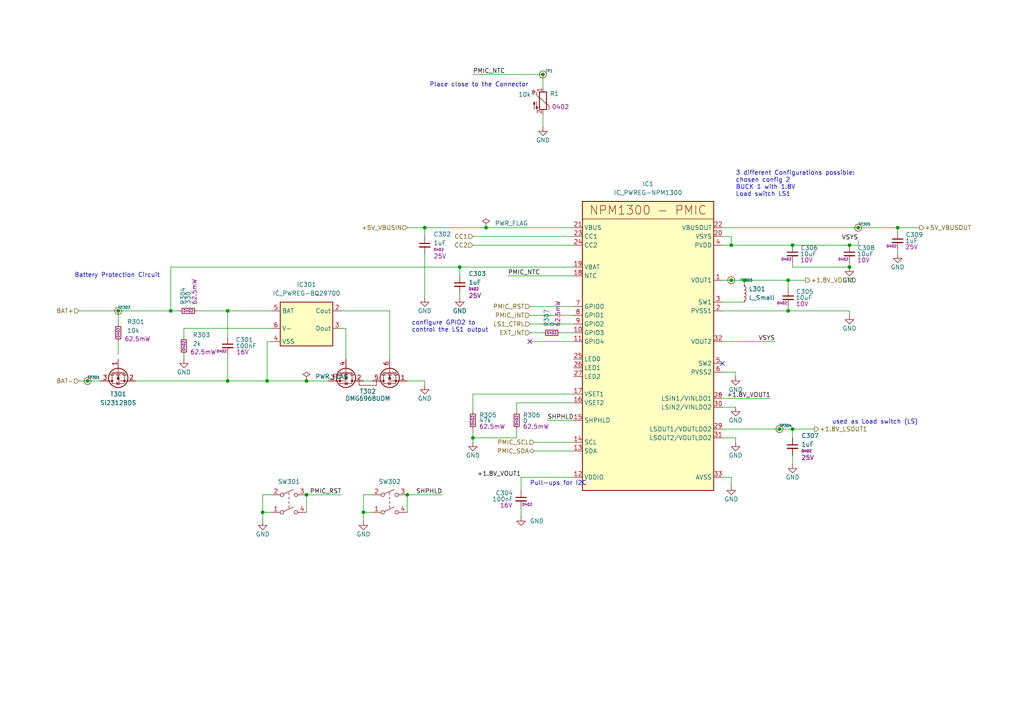
<source format=kicad_sch>
(kicad_sch (version 20231120) (generator "eeschema") (generator_version "8.0")
  (paper "A4")
  (lib_symbols
    (symbol "CAP:C-100nF-0402-16V-X7R-10%" (pin_numbers hide)
      (property "Reference" "C" (at 2.286 1.778 0))
      (property "Value" "100nF" (at 5.334 0 0))
      (property "Size" "0402" (at -1.778 -1.524 0))
      (property "Voltage" "16V" (at 4.318 -1.778 0))
      (symbol "C-100nF-0402-16V-X7R-10%_0_1"
        (polyline (pts (xy -1.524 -0.508) (xy 1.524 -0.508)) (stroke (width 0.3302)))
        (polyline (pts (xy -1.524 0.508) (xy 1.524 0.508)) (stroke (width 0.3048)))
      )
      (symbol "C-100nF-0402-16V-X7R-10%_1_1"
        (pin passive line (at 0 2.54 270) (length 2.032) (name "~") (number "1"))
        (pin passive line (at 0 -2.54 90) (length 2.032) (name "~") (number "2"))
      )
    )
    (symbol "CAP:C-10uF-0603-10V-X5R-20%" (pin_numbers hide)
      (property "Reference" "C" (at 2.286 1.778 0))
      (property "Value" "10uF" (at 4.572 0 0))
      (property "Size" "0402" (at -1.778 -1.524 0))
      (property "Voltage" "10V" (at 4.064 -1.778 0))
      (symbol "C-10uF-0603-10V-X5R-20%_0_1"
        (polyline (pts (xy -1.524 -0.508) (xy 1.524 -0.508)) (stroke (width 0.3302)))
        (polyline (pts (xy -1.524 0.508) (xy 1.524 0.508)) (stroke (width 0.3048)))
      )
      (symbol "C-10uF-0603-10V-X5R-20%_1_1"
        (pin passive line (at 0 2.54 270) (length 2.032) (name "~") (number "1"))
        (pin passive line (at 0 -2.54 90) (length 2.032) (name "~") (number "2"))
      )
    )
    (symbol "CAP:C-1uF-0402-25V-X5R-10%" (pin_numbers hide)
      (property "Reference" "C" (at 2.286 1.778 0))
      (property "Value" "1uF" (at 4.064 0 0))
      (property "Size" "0402" (at -1.778 -1.524 0))
      (property "Voltage" "25V" (at 4.064 -1.778 0))
      (symbol "C-1uF-0402-25V-X5R-10%_0_1"
        (polyline (pts (xy -1.524 -0.508) (xy 1.524 -0.508)) (stroke (width 0.3302)))
        (polyline (pts (xy -1.524 0.508) (xy 1.524 0.508)) (stroke (width 0.3048)))
      )
      (symbol "C-1uF-0402-25V-X5R-10%_1_1"
        (pin passive line (at 0 2.54 270) (length 2.032) (name "~") (number "1"))
        (pin passive line (at 0 -2.54 90) (length 2.032) (name "~") (number "2"))
      )
    )
    (symbol "Device:L_Small" (pin_numbers hide) (pin_names (offset 0.254) hide)
      (property "Reference" "L" (at 0.762 1.016 0))
      (property "Value" "L_Small" (at 0.762 -1.016 0))
      (symbol "L_Small_0_1"
        (arc (start 0 -2.032) (mid 0.5058 -1.524) (end 0 -1.016))
        (arc (start 0 -1.016) (mid 0.5058 -0.508) (end 0 0))
        (arc (start 0 0) (mid 0.5058 0.508) (end 0 1.016))
        (arc (start 0 1.016) (mid 0.5058 1.524) (end 0 2.032))
      )
      (symbol "L_Small_1_1"
        (pin passive line (at 0 2.54 270) (length 0.508) (name "~") (number "1"))
        (pin passive line (at 0 -2.54 90) (length 0.508) (name "~") (number "2"))
      )
    )
    (symbol "IC-PWREG:IC_PWREG-BQ29700"
      (property "Reference" "IC" (at -6.35 1.27 0))
      (property "Value" "IC_PWREG-BQ29700" (at 0 -13.97 0))
      (symbol "IC_PWREG-BQ29700_0_1"
        (rectangle (start -7.62 0) (end 7.62 -12.7) (stroke (width 0.254)) (fill (type background)))
      )
      (symbol "IC_PWREG-BQ29700_1_1"
        (pin no_connect line (at 7.62 -11.43 180) (length 2.54) hide (name "NC") (number "1"))
        (pin output line (at 10.16 -2.54 180) (length 2.54) (name "Cout") (number "2"))
        (pin output line (at 10.16 -7.62 180) (length 2.54) (name "Dout") (number "3"))
        (pin power_in line (at -10.16 -11.43 0) (length 2.54) (name "VSS") (number "4"))
        (pin input line (at -10.16 -2.54 0) (length 2.54) (name "BAT") (number "5"))
        (pin input line (at -10.16 -7.62 0) (length 2.54) (name "V-") (number "6"))
      )
    )
    (symbol "IC-PWREG:IC_PWREG-NPM1300"
      (property "Reference" "IC" (at 18.034 45.974 0))
      (property "Value" "IC_PWREG-NPM1300" (at -9.144 45.974 0))
      (symbol "IC_PWREG-NPM1300_0_0"
        (pin power_out line (at 21.59 21.59 180) (length 2.54) (name "VOUT1") (number "1"))
        (pin bidirectional line (at -21.59 6.35 0) (length 2.54) (name "GPIO3") (number "10"))
        (pin bidirectional line (at -21.59 3.81 0) (length 2.54) (name "GPIO4") (number "11"))
        (pin bidirectional line (at -21.59 -27.94 0) (length 2.54) (name "SDA") (number "13"))
        (pin input line (at -21.59 -25.4 0) (length 2.54) (name "SCL") (number "14"))
        (pin input line (at -21.59 -19.05 0) (length 2.54) (name "SHPHLD") (number "15"))
        (pin input line (at -21.59 22.86 0) (length 2.54) (name "NTC") (number "18"))
        (pin power_in line (at -21.59 25.4 0) (length 2.54) (name "VBAT") (number "19"))
        (pin power_in line (at 21.59 12.7 180) (length 2.54) (name "PVSS1") (number "2"))
        (pin power_in line (at 21.59 34.29 180) (length 2.54) (name "VSYS") (number "20"))
        (pin power_in line (at -21.59 36.83 0) (length 2.54) (name "VBUS") (number "21"))
        (pin power_out line (at 21.59 36.83 180) (length 2.54) (name "VBUSOUT") (number "22"))
        (pin input line (at -21.59 34.29 0) (length 2.54) (name "CC1") (number "23"))
        (pin input line (at -21.59 31.75 0) (length 2.54) (name "CC2") (number "24"))
        (pin output line (at -21.59 -1.27 0) (length 2.54) (name "LED0") (number "25"))
        (pin output line (at -21.59 -3.81 0) (length 2.54) (name "LED1") (number "26"))
        (pin output line (at -21.59 -6.35 0) (length 2.54) (name "LED2") (number "27"))
        (pin power_in line (at 21.59 -12.7 180) (length 2.54) (name "LSIN1/VINLDO1") (number "28"))
        (pin power_out line (at 21.59 -21.59 180) (length 2.54) (name "LSOUT1/VOUTLDO2") (number "29"))
        (pin power_out line (at 21.59 15.24 180) (length 2.54) (name "SW1") (number "3"))
        (pin power_in line (at 21.59 -15.24 180) (length 2.54) (name "LSIN2/VINLDO2") (number "30"))
        (pin power_out line (at 21.59 -24.13 180) (length 2.54) (name "LSOUT2/VOUTLDO2") (number "31"))
        (pin power_out line (at 21.59 3.81 180) (length 2.54) (name "VOUT2") (number "32"))
        (pin power_in line (at 21.59 31.75 180) (length 2.54) (name "PVDD") (number "4"))
        (pin power_out line (at 21.59 -2.54 180) (length 2.54) (name "SW2") (number "5"))
        (pin power_in line (at 21.59 -5.08 180) (length 2.54) (name "PVSS2") (number "6"))
        (pin bidirectional line (at -21.59 13.97 0) (length 2.54) (name "GPIO0") (number "7"))
        (pin bidirectional line (at -21.59 11.43 0) (length 2.54) (name "GPIO1") (number "8"))
        (pin bidirectional line (at -21.59 8.89 0) (length 2.54) (name "GPIO2") (number "9"))
      )
      (symbol "IC_PWREG-NPM1300_1_0"
        (pin power_in line (at -21.59 -35.56 0) (length 2.54) (name "VDDIO") (number "12"))
        (pin input line (at -21.59 -13.97 0) (length 2.54) (name "VSET2") (number "16"))
        (pin input line (at -21.59 -11.43 0) (length 2.54) (name "VSET1") (number "17"))
        (pin power_in line (at 21.59 -35.56 180) (length 2.54) (name "AVSS") (number "33"))
      )
      (symbol "IC_PWREG-NPM1300_1_1"
        (rectangle (start -19.05 44.45) (end 19.05 -39.37) (stroke (width 0.254)) (fill (type background)))
        (polyline (pts (xy -19.05 39.37) (xy 19.05 39.37)))
        (text "NPM1300 - PMIC" (at 0 41.91 0) (effects (font (size 2.54 2.54))))
      )
    )
    (symbol "PCB:TP-PAD-0.9mm" (pin_numbers hide) (pin_names hide)
      (property "Reference" "TP" (at 1.778 1.016 0))
      (symbol "TP-PAD-0.9mm_0_1"
        (circle (center 0 0) (radius 1.016))
      )
      (symbol "TP-PAD-0.9mm_1_1"
        (pin passive line (at 0 0 90) (length 0) (name "1") (number "1"))
      )
    )
    (symbol "RES:R-0-0402-62.5mW-1%" (pin_numbers hide)
      (property "Reference" "R" (at 1.778 1.524 0))
      (property "Value" "0" (at 1.778 -0.127 0))
      (property "Size" "0402" (at 0 -1.524 90))
      (property "Power Rating" "62.5mW" (at 1.778 -1.778 0))
      (symbol "R-0-0402-62.5mW-1%_0_1"
        (rectangle (start -0.762 1.778) (end 0.762 -1.778) (stroke (width 0.2032)))
      )
      (symbol "R-0-0402-62.5mW-1%_1_1"
        (pin passive line (at 0 2.54 270) (length 0.762) (name "~") (number "1"))
        (pin passive line (at 0 -2.54 90) (length 0.762) (name "~") (number "2"))
      )
    )
    (symbol "RES:R-10k-0402-62.5mW-1%" (pin_numbers hide)
      (property "Reference" "R" (at 1.778 1.524 0))
      (property "Value" "10k" (at 3.556 0 0))
      (property "Size" "0402" (at 0 0 90))
      (property "Power Rating" "62.5mW" (at 5.588 -1.778 0))
      (symbol "R-10k-0402-62.5mW-1%_0_1"
        (rectangle (start -0.762 1.778) (end 0.762 -1.778) (stroke (width 0.2032)))
      )
      (symbol "R-10k-0402-62.5mW-1%_1_1"
        (pin passive line (at 0 2.54 270) (length 0.762) (name "~") (number "1"))
        (pin passive line (at 0 -2.54 90) (length 0.762) (name "~") (number "2"))
      )
    )
    (symbol "RES:R-2k-0402-62.5mW-1%" (pin_numbers hide)
      (property "Reference" "R" (at 1.778 1.524 0))
      (property "Value" "2k" (at 3.048 0 0))
      (property "Size" "0402" (at 0 0 90))
      (property "Power Rating" "62.5mW" (at 5.588 -1.778 0))
      (symbol "R-2k-0402-62.5mW-1%_0_1"
        (rectangle (start -0.762 1.778) (end 0.762 -1.778) (stroke (width 0.2032)))
      )
      (symbol "R-2k-0402-62.5mW-1%_1_1"
        (pin passive line (at 0 2.54 270) (length 0.762) (name "~") (number "1"))
        (pin passive line (at 0 -2.54 90) (length 0.762) (name "~") (number "2"))
      )
    )
    (symbol "RES:R-330-0402-62.5mW-1%" (pin_numbers hide)
      (property "Reference" "R" (at 1.778 1.524 0))
      (property "Value" "330" (at 3.81 0 0))
      (property "Size" "0402" (at 0 0 90))
      (property "Power Rating" "62.5mW" (at 5.588 -1.778 0))
      (symbol "R-330-0402-62.5mW-1%_0_1"
        (rectangle (start -0.762 1.778) (end 0.762 -1.778) (stroke (width 0.2032)))
      )
      (symbol "R-330-0402-62.5mW-1%_1_1"
        (pin passive line (at 0 2.54 270) (length 0.762) (name "~") (number "1"))
        (pin passive line (at 0 -2.54 90) (length 0.762) (name "~") (number "2"))
      )
    )
    (symbol "RES:R-47k-0402-62.5mW-1%" (pin_numbers hide)
      (property "Reference" "R" (at 1.778 1.524 0))
      (property "Value" "47k" (at 3.556 0 0))
      (property "Size" "0402" (at 0 0 90))
      (property "Power Rating" "62.5mW" (at 5.588 -1.778 0))
      (symbol "R-47k-0402-62.5mW-1%_0_1"
        (rectangle (start -0.762 1.778) (end 0.762 -1.778) (stroke (width 0.2032)))
      )
      (symbol "R-47k-0402-62.5mW-1%_1_1"
        (pin passive line (at 0 2.54 270) (length 0.762) (name "~") (number "1"))
        (pin passive line (at 0 -2.54 90) (length 0.762) (name "~") (number "2"))
      )
    )
    (symbol "R_NTC:R-NTC-10k-0402-1%-NCU15XH103F6SRC"
      (property "Reference" "R" (at 3.302 2.032 0))
      (property "Value" "10k" (at -5.334 1.778 0))
      (property "Size" "0402" (at 5.08 -1.778 0))
      (symbol "R-NTC-10k-0402-1%-NCU15XH103F6SRC_0_1"
        (arc (start -3.048 2.159) (mid -3.0495 2.3143) (end -3.175 2.413))
        (arc (start -3.048 2.159) (mid -2.9736 1.9794) (end -2.794 1.905))
        (arc (start -3.048 2.794) (mid -2.9736 2.6144) (end -2.794 2.54))
        (arc (start -2.794 1.905) (mid -2.6144 1.9794) (end -2.54 2.159))
        (arc (start -2.794 2.54) (mid -2.4393 2.5587) (end -2.159 2.794))
        (arc (start -2.794 3.048) (mid -2.9736 2.9736) (end -3.048 2.794))
        (arc (start -2.54 2.794) (mid -2.6144 2.9736) (end -2.794 3.048))
        (rectangle (start -1.016 2.54) (end 1.016 -2.54) (stroke (width 0.254)))
        (polyline (pts (xy -2.54 2.159) (xy -2.54 2.794)))
        (polyline (pts (xy -1.778 2.54) (xy -1.778 1.524) (xy 1.778 -1.524) (xy 1.778 -2.54)))
        (polyline (pts (xy -2.54 -2.54) (xy -2.54 -0.254) (xy -2.794 -1.016) (xy -2.286 -1.016) (xy -2.54 -0.254) (xy -2.54 -0.508)) (fill (type outline)))
        (polyline (pts (xy -1.778 -0.254) (xy -1.778 -2.54) (xy -2.032 -1.778) (xy -1.524 -1.778) (xy -1.778 -2.54) (xy -1.778 -2.286)) (fill (type outline)))
      )
      (symbol "R-NTC-10k-0402-1%-NCU15XH103F6SRC_1_1"
        (pin passive line (at 0 3.81 270) (length 1.27) (name "~") (number "1"))
        (pin passive line (at 0 -3.81 90) (length 1.27) (name "~") (number "2"))
      )
    )
    (symbol "SW:SW-GEN-TS-1187A" (pin_names hide)
      (property "Reference" "SW" (at 0 2.54 0))
      (symbol "SW-GEN-TS-1187A_0_0"
        (circle (center -2.032 -5.08) (radius 0.508))
        (circle (center -2.032 0) (radius 0.508))
        (polyline (pts (xy -1.524 -4.826) (xy 1.27 -3.556)))
        (polyline (pts (xy -1.524 0.254) (xy 1.27 1.524)))
        (polyline (pts (xy 0 -3.81) (xy 0 -3.175)))
        (polyline (pts (xy 0 -2.54) (xy 0 -1.905)))
        (polyline (pts (xy 0 -1.27) (xy 0 -0.635)))
        (polyline (pts (xy 0 0) (xy 0 0.635)))
        (circle (center 2.032 -5.08) (radius 0.508))
        (circle (center 2.032 0) (radius 0.508))
      )
      (symbol "SW-GEN-TS-1187A_1_1"
        (pin passive line (at -5.08 -5.08 0) (length 2.54) (name "1") (number "1"))
        (pin passive line (at -5.08 0 0) (length 2.54) (name "3") (number "2"))
        (pin passive line (at 5.08 0 180) (length 2.54) (name "4") (number "3"))
        (pin passive line (at 5.08 -5.08 180) (length 2.54) (name "4") (number "4"))
      )
    )
    (symbol "T-MOS:T-MOSN-SI2312BDS" (pin_names hide)
      (property "Reference" "T" (at 3.81 1.016 0))
      (property "Value" "SI2312BDS" (at 8.382 -1.27 0))
      (symbol "T-MOSN-SI2312BDS_0_1"
        (circle (center -0.889 0) (radius 2.794) (stroke (width 0.254)))
        (circle (center 0 -1.778) (radius 0.254) (fill (type outline)))
        (polyline (pts (xy -2.286 0) (xy -3.81 0)))
        (polyline (pts (xy -2.286 1.905) (xy -2.286 -1.905)) (stroke (width 0.254)))
        (polyline (pts (xy -1.778 -1.27) (xy -1.778 -2.286)) (stroke (width 0.254)))
        (polyline (pts (xy -1.778 0.508) (xy -1.778 -0.508)) (stroke (width 0.254)))
        (polyline (pts (xy -1.778 2.286) (xy -1.778 1.27)) (stroke (width 0.254)))
        (polyline (pts (xy 0 2.54) (xy 0 1.778)))
        (polyline (pts (xy 0 -2.54) (xy 0 0) (xy -1.778 0)))
        (polyline (pts (xy -1.778 -1.778) (xy 0.762 -1.778) (xy 0.762 1.778) (xy -1.778 1.778)))
        (polyline (pts (xy -1.524 0) (xy -0.508 0.381) (xy -0.508 -0.381) (xy -1.524 0)) (fill (type outline)))
        (polyline (pts (xy 0.254 0.508) (xy 0.381 0.381) (xy 1.143 0.381) (xy 1.27 0.254)))
        (polyline (pts (xy 0.762 0.381) (xy 0.381 -0.254) (xy 1.143 -0.254) (xy 0.762 0.381)))
        (circle (center 0 1.778) (radius 0.254) (fill (type outline)))
      )
      (symbol "T-MOSN-SI2312BDS_1_1"
        (pin input line (at -6.35 0 0) (length 2.54) (name "G") (number "1"))
        (pin passive line (at 0 -5.08 90) (length 2.54) (name "S") (number "2"))
        (pin passive line (at 0 5.08 270) (length 2.54) (name "D") (number "3"))
      )
    )
    (symbol "T-MOS:T-MOSNN-DMG6968UDM" (pin_names hide)
      (property "Reference" "T" (at 0 -3.048 0))
      (property "Value" "DMG6968UDM" (at 0 -5.08 0))
      (symbol "T-MOSNN-DMG6968UDM_0_1"
        (circle (center -8.128 0) (radius 0.254) (fill (type outline)))
        (circle (center -6.35 0.889) (radius 2.794) (stroke (width 0.254)))
        (circle (center -4.572 0) (radius 0.254) (fill (type outline)))
        (polyline (pts (xy -7.62 1.778) (xy -8.636 1.778)) (stroke (width 0.254)))
        (polyline (pts (xy -6.35 2.286) (xy -6.35 3.81)))
        (polyline (pts (xy -5.842 1.778) (xy -6.858 1.778)) (stroke (width 0.254)))
        (polyline (pts (xy -4.445 2.286) (xy -8.255 2.286)) (stroke (width 0.254)))
        (polyline (pts (xy -4.064 1.778) (xy -5.08 1.778)) (stroke (width 0.254)))
        (polyline (pts (xy -3.81 0) (xy -4.572 0)))
        (polyline (pts (xy 3.81 0) (xy 4.572 0)))
        (polyline (pts (xy 4.064 1.778) (xy 5.08 1.778)) (stroke (width 0.254)))
        (polyline (pts (xy 4.445 2.286) (xy 8.255 2.286)) (stroke (width 0.254)))
        (polyline (pts (xy 5.842 1.778) (xy 6.858 1.778)) (stroke (width 0.254)))
        (polyline (pts (xy 6.35 2.286) (xy 6.35 3.81)))
        (polyline (pts (xy 7.62 1.778) (xy 8.636 1.778)) (stroke (width 0.254)))
        (polyline (pts (xy -8.89 0) (xy -6.35 0) (xy -6.35 1.778)))
        (polyline (pts (xy 8.89 0) (xy 6.35 0) (xy 6.35 1.778)))
        (polyline (pts (xy -8.128 1.778) (xy -8.128 -0.762) (xy -4.572 -0.762) (xy -4.572 1.778)))
        (polyline (pts (xy -6.35 1.524) (xy -5.969 0.508) (xy -6.731 0.508) (xy -6.35 1.524)) (fill (type outline)))
        (polyline (pts (xy -5.969 -0.762) (xy -6.604 -0.381) (xy -6.604 -1.143) (xy -5.969 -0.762)))
        (polyline (pts (xy -5.842 -0.254) (xy -5.969 -0.381) (xy -5.969 -1.143) (xy -6.096 -1.27)))
        (polyline (pts (xy 2.54 0) (xy 2.54 -1.27) (xy -2.54 -1.27) (xy -2.54 0)))
        (polyline (pts (xy 5.842 -0.254) (xy 5.969 -0.381) (xy 5.969 -1.143) (xy 6.096 -1.27)))
        (polyline (pts (xy 5.969 -0.762) (xy 6.604 -0.381) (xy 6.604 -1.143) (xy 5.969 -0.762)))
        (polyline (pts (xy 6.35 1.524) (xy 5.969 0.508) (xy 6.731 0.508) (xy 6.35 1.524)) (fill (type outline)))
        (polyline (pts (xy 8.128 1.778) (xy 8.128 -0.762) (xy 4.572 -0.762) (xy 4.572 1.778)))
        (circle (center 4.572 0) (radius 0.254) (fill (type outline)))
        (circle (center 6.35 0.889) (radius 2.794) (stroke (width 0.254)))
        (circle (center 8.128 0) (radius 0.254) (fill (type outline)))
      )
      (symbol "T-MOSNN-DMG6968UDM_1_0"
        (pin passive line (at 1.27 0 0) (length 2.54) (name "D1/D2") (number "2"))
        (pin input line (at 6.35 6.35 270) (length 2.54) (name "G2") (number "4"))
      )
      (symbol "T-MOSNN-DMG6968UDM_1_1"
        (pin passive line (at -11.43 0 0) (length 2.54) (name "S1") (number "1"))
        (pin passive line (at 11.43 0 180) (length 2.54) (name "S2") (number "3"))
        (pin passive line (at -1.27 0 180) (length 2.54) (name "D1/D2") (number "5"))
        (pin input line (at -6.35 6.35 270) (length 2.54) (name "G1") (number "6"))
      )
    )
    (symbol "power:GND" (power) (pin_numbers hide) (pin_names (offset 0) hide)
      (property "Value" "GND" (at 0 -3.81 0))
      (symbol "GND_0_1"
        (polyline (pts (xy 0 0) (xy 0 -1.27) (xy 1.27 -1.27) (xy 0 -2.54) (xy -1.27 -1.27) (xy 0 -1.27)))
      )
      (symbol "GND_1_1"
        (pin power_in line (at 0 0 270) (length 0) (name "~") (number "1"))
      )
    )
    (symbol "power:PWR_FLAG" (power) (pin_numbers hide) (pin_names (offset 0) hide)
      (property "Value" "PWR_FLAG" (at 0 3.81 0))
      (symbol "PWR_FLAG_0_0"
        (pin power_out line (at 0 0 90) (length 0) (name "~") (number "1"))
      )
      (symbol "PWR_FLAG_0_1"
        (polyline (pts (xy 0 0) (xy 0 1.27) (xy -1.016 1.905) (xy 0 2.54) (xy 1.016 1.905) (xy 0 1.27)))
      )
    )
  )
  (junction (at 137.16 127))
  (junction (at 118.11 143.51))
  (junction (at 260.35 66.04))
  (junction (at 66.04 110.49))
  (junction (at 76.2 148.59))
  (junction (at 229.87 71.12))
  (junction (at 248.92 66.04))
  (junction (at 246.38 71.12))
  (junction (at 246.38 77.47))
  (junction (at 123.19 66.04))
  (junction (at 105.41 148.59))
  (junction (at 215.9 81.28))
  (junction (at 226.06 124.46))
  (junction (at 212.09 71.12))
  (junction (at 88.9 110.49))
  (junction (at 228.6 81.28))
  (junction (at 133.35 77.47))
  (junction (at 229.87 124.46))
  (junction (at 49.53 90.17))
  (junction (at 157.48 21.59))
  (junction (at 77.47 110.49))
  (junction (at 66.04 90.17))
  (junction (at 88.9 143.51))
  (junction (at 25.4 110.49))
  (junction (at 34.29 90.17))
  (junction (at 228.6 90.17))
  (junction (at 212.09 81.28))
  (junction (at 140.97 66.04))
  (no_connect (at 153.67 99.06))
  (no_connect (at 209.55 105.41))
  (wire (pts (xy 137.16 68.58) (xy 166.37 68.58)))
  (wire (pts (xy 53.34 102.87) (xy 53.34 104.14)))
  (wire (pts (xy 209.55 115.57) (xy 223.52 115.57)))
  (wire (pts (xy 118.11 143.51) (xy 118.11 148.59)))
  (wire (pts (xy 209.55 68.58) (xy 212.09 68.58)))
  (wire (pts (xy 49.53 77.47) (xy 133.35 77.47)))
  (wire (pts (xy 229.87 132.08) (xy 229.87 134.62)))
  (wire (pts (xy 157.48 33.02) (xy 157.48 36.83)))
  (wire (pts (xy 228.6 83.82) (xy 228.6 81.28)))
  (wire (pts (xy 123.19 66.04) (xy 140.97 66.04)))
  (wire (pts (xy 34.29 90.17) (xy 34.29 93.98)))
  (wire (pts (xy 260.35 72.39) (xy 260.35 73.66)))
  (wire (pts (xy 209.55 71.12) (xy 212.09 71.12)))
  (wire (pts (xy 229.87 71.12) (xy 246.38 71.12)))
  (wire (pts (xy 107.95 143.51) (xy 105.41 143.51)))
  (wire (pts (xy 66.04 90.17) (xy 66.04 97.79)))
  (wire (pts (xy 151.13 147.32) (xy 151.13 149.86)))
  (wire (pts (xy 153.67 91.44) (xy 166.37 91.44)))
  (wire (pts (xy 147.32 80.01) (xy 166.37 80.01)))
  (wire (pts (xy 212.09 138.43) (xy 212.09 140.97)))
  (wire (pts (xy 53.34 95.25) (xy 78.74 95.25)))
  (wire (pts (xy 66.04 102.87) (xy 66.04 110.49)))
  (wire (pts (xy 153.67 93.98) (xy 166.37 93.98)))
  (wire (pts (xy 229.87 77.47) (xy 246.38 77.47)))
  (wire (pts (xy 49.53 77.47) (xy 49.53 90.17)))
  (wire (pts (xy 118.11 66.04) (xy 123.19 66.04)))
  (wire (pts (xy 105.41 110.49) (xy 107.95 110.49)))
  (wire (pts (xy 137.16 124.46) (xy 137.16 127)))
  (wire (pts (xy 149.86 116.84) (xy 166.37 116.84)))
  (wire (pts (xy 100.33 95.25) (xy 100.33 104.14)))
  (wire (pts (xy 76.2 148.59) (xy 76.2 151.13)))
  (wire (pts (xy 149.86 119.38) (xy 149.86 116.84)))
  (wire (pts (xy 149.86 127) (xy 137.16 127)))
  (wire (pts (xy 77.47 110.49) (xy 88.9 110.49)))
  (wire (pts (xy 22.86 110.49) (xy 25.4 110.49)))
  (wire (pts (xy 260.35 66.04) (xy 260.35 67.31)))
  (wire (pts (xy 228.6 90.17) (xy 228.6 88.9)))
  (wire (pts (xy 209.55 107.95) (xy 213.36 107.95)))
  (wire (pts (xy 209.55 81.28) (xy 212.09 81.28)))
  (wire (pts (xy 248.92 69.85) (xy 248.92 71.12)))
  (wire (pts (xy 78.74 143.51) (xy 76.2 143.51)))
  (wire (pts (xy 118.11 110.49) (xy 123.19 110.49)))
  (wire (pts (xy 229.87 124.46) (xy 236.22 124.46)))
  (wire (pts (xy 209.55 90.17) (xy 228.6 90.17)))
  (wire (pts (xy 209.55 99.06) (xy 224.79 99.06)))
  (wire (pts (xy 99.06 90.17) (xy 113.03 90.17)))
  (wire (pts (xy 151.13 142.24) (xy 151.13 138.43)))
  (wire (pts (xy 153.67 96.52) (xy 157.48 96.52)))
  (wire (pts (xy 246.38 71.12) (xy 248.92 71.12)))
  (wire (pts (xy 49.53 90.17) (xy 52.07 90.17)))
  (wire (pts (xy 209.55 66.04) (xy 248.92 66.04)))
  (wire (pts (xy 88.9 143.51) (xy 88.9 148.59)))
  (wire (pts (xy 123.19 110.49) (xy 123.19 111.76)))
  (wire (pts (xy 118.11 143.51) (xy 128.27 143.51)))
  (wire (pts (xy 154.94 128.27) (xy 166.37 128.27)))
  (wire (pts (xy 137.16 71.12) (xy 166.37 71.12)))
  (wire (pts (xy 137.16 127) (xy 137.16 128.27)))
  (wire (pts (xy 149.86 124.46) (xy 149.86 127)))
  (wire (pts (xy 88.9 143.51) (xy 99.06 143.51)))
  (wire (pts (xy 137.16 114.3) (xy 137.16 119.38)))
  (wire (pts (xy 246.38 90.17) (xy 246.38 91.44)))
  (wire (pts (xy 229.87 124.46) (xy 229.87 127)))
  (wire (pts (xy 162.56 96.52) (xy 166.37 96.52)))
  (wire (pts (xy 100.33 95.25) (xy 99.06 95.25)))
  (wire (pts (xy 22.86 90.17) (xy 34.29 90.17)))
  (wire (pts (xy 151.13 138.43) (xy 166.37 138.43)))
  (wire (pts (xy 133.35 77.47) (xy 166.37 77.47)))
  (wire (pts (xy 66.04 110.49) (xy 77.47 110.49)))
  (wire (pts (xy 228.6 81.28) (xy 215.9 81.28)))
  (wire (pts (xy 229.87 76.2) (xy 229.87 77.47)))
  (wire (pts (xy 105.41 148.59) (xy 107.95 148.59)))
  (wire (pts (xy 153.67 88.9) (xy 166.37 88.9)))
  (wire (pts (xy 105.41 143.51) (xy 105.41 148.59)))
  (wire (pts (xy 209.55 87.63) (xy 215.9 87.63)))
  (wire (pts (xy 88.9 110.49) (xy 95.25 110.49)))
  (wire (pts (xy 158.75 121.92) (xy 166.37 121.92)))
  (wire (pts (xy 76.2 148.59) (xy 78.74 148.59)))
  (wire (pts (xy 105.41 148.59) (xy 105.41 151.13)))
  (wire (pts (xy 140.97 66.04) (xy 166.37 66.04)))
  (wire (pts (xy 215.9 81.28) (xy 215.9 82.55)))
  (wire (pts (xy 228.6 90.17) (xy 246.38 90.17)))
  (wire (pts (xy 154.94 130.81) (xy 166.37 130.81)))
  (wire (pts (xy 137.16 21.59) (xy 157.48 21.59)))
  (wire (pts (xy 153.67 99.06) (xy 166.37 99.06)))
  (wire (pts (xy 212.09 71.12) (xy 229.87 71.12)))
  (wire (pts (xy 226.06 124.46) (xy 229.87 124.46)))
  (wire (pts (xy 133.35 85.09) (xy 133.35 86.36)))
  (wire (pts (xy 209.55 118.11) (xy 213.36 118.11)))
  (wire (pts (xy 212.09 81.28) (xy 215.9 81.28)))
  (wire (pts (xy 246.38 76.2) (xy 246.38 77.47)))
  (wire (pts (xy 76.2 143.51) (xy 76.2 148.59)))
  (wire (pts (xy 39.37 110.49) (xy 66.04 110.49)))
  (wire (pts (xy 157.48 21.59) (xy 157.48 25.4)))
  (wire (pts (xy 133.35 77.47) (xy 133.35 80.01)))
  (wire (pts (xy 123.19 86.36) (xy 123.19 73.66)))
  (wire (pts (xy 213.36 107.95) (xy 213.36 109.22)))
  (wire (pts (xy 248.92 66.04) (xy 260.35 66.04)))
  (wire (pts (xy 228.6 81.28) (xy 233.68 81.28)))
  (wire (pts (xy 34.29 99.06) (xy 34.29 102.87)))
  (wire (pts (xy 213.36 127) (xy 209.55 127)))
  (wire (pts (xy 77.47 99.06) (xy 78.74 99.06)))
  (wire (pts (xy 260.35 66.04) (xy 266.7 66.04)))
  (wire (pts (xy 213.36 127) (xy 213.36 128.27)))
  (wire (pts (xy 113.03 90.17) (xy 113.03 104.14)))
  (wire (pts (xy 209.55 138.43) (xy 212.09 138.43)))
  (wire (pts (xy 57.15 90.17) (xy 66.04 90.17)))
  (wire (pts (xy 53.34 97.79) (xy 53.34 95.25)))
  (wire (pts (xy 212.09 71.12) (xy 212.09 68.58)))
  (wire (pts (xy 25.4 110.49) (xy 29.21 110.49)))
  (wire (pts (xy 209.55 124.46) (xy 226.06 124.46)))
  (wire (pts (xy 166.37 114.3) (xy 137.16 114.3)))
  (wire (pts (xy 34.29 90.17) (xy 49.53 90.17)))
  (wire (pts (xy 77.47 99.06) (xy 77.47 110.49)))
  (wire (pts (xy 66.04 90.17) (xy 78.74 90.17)))
  (wire (pts (xy 123.19 66.04) (xy 123.19 68.58)))
  (text "Pull-ups for I2C\n" (at 153.67 140.97 0) (effects (font (size 1.27 1.27)) (justify left bottom)))
  (text "Battery Protection Circuit" (at 21.59 80.645 0) (effects (font (size 1.27 1.27)) (justify left bottom)))
  (text "Place close to the Connector\n" (at 138.938 24.638 0) (effects (font (size 1.27 1.27))))
  (text "3 different Configurations possible:\nchosen config 2\nBUCK 1 with 1.8V\nLoad switch LS1" (at 213.36 57.15 0) (effects (font (size 1.27 1.27)) (justify left bottom)))
  (text "configure GPIO2 to \ncontrol the LS1 output" (at 119.38 96.52 0) (effects (font (size 1.27 1.27)) (justify left bottom)))
  (text "used as Load switch (LS)" (at 241.3 123.19 0) (effects (font (size 1.27 1.27)) (justify left bottom)))
  (label "+1.8V_VOUT1" (at 151.13 138.43 180))
  (label "PMIC_NTC" (at 137.16 21.59 0))
  (label "VSYS" (at 224.79 99.06 180))
  (label "PMIC_NTC" (at 147.32 80.01 0))
  (label "+1.8V_VOUT1" (at 223.52 115.57 180))
  (label "VSYS" (at 248.92 69.85 180))
  (label "SHPHLD" (at 128.27 143.51 180))
  (label "PMIC_RST" (at 99.06 143.51 180))
  (label "SHPHLD" (at 158.75 121.92 0))
  (hierarchical_label "PMIC_RST" (shape input) (at 153.67 88.9 180))
  (hierarchical_label "PMIC_SCL" (shape input) (at 154.94 128.27 180))
  (hierarchical_label "+1.8V_VOUT1" (shape output) (at 233.68 81.28 0))
  (hierarchical_label "PMIC_SDA" (shape bidirectional) (at 154.94 130.81 180))
  (hierarchical_label "BAT-" (shape input) (at 22.86 110.49 180))
  (hierarchical_label "PMIC_INT" (shape input) (at 153.67 91.44 180))
  (hierarchical_label "EXT_INT" (shape input) (at 153.67 96.52 180))
  (hierarchical_label "+1.8V_LSOUT1" (shape output) (at 236.22 124.46 0))
  (hierarchical_label "CC2" (shape input) (at 137.16 71.12 180))
  (hierarchical_label "LS1_CTRL" (shape input) (at 153.67 93.98 180))
  (hierarchical_label "CC1" (shape input) (at 137.16 68.58 180))
  (hierarchical_label "+5V_VBUSIN" (shape input) (at 118.11 66.04 180))
  (hierarchical_label "BAT+" (shape input) (at 22.86 90.17 180))
  (hierarchical_label "+5V_VBUSOUT" (shape output) (at 266.7 66.04 0))
  (symbol (lib_id "power:PWR_FLAG") (at 88.9 110.49 0) (unit 1)
    (property "Reference" "#FLG301" (effects (hide yes)))
    (property "Value" "PWR_FLAG" (at 91.44 109.2199 0) (effects (justify left)))
    (property "Description" "Special symbol for telling ERC where power comes from" (effects (hide yes)))
  )
  (symbol (lib_id "power:GND") (at 213.36 109.22 0) (unit 1)
    (property "Reference" "#PWR311" (effects (hide yes)))
    (property "Value" "GND" (at 213.36 113.03 0))
    (property "Description" "Power symbol creates a global label with name \"GND\" , ground" (effects (hide yes)))
  )
  (symbol (lib_id "SW:SW-GEN-TS-1187A") (at 113.03 143.51 0) (unit 1)
    (property "Reference" "SW302" (at 113.03 139.7 0))
    (property "Value" "SW-GEN-TS-1187A" (effects (hide yes)))
    (property "Footprint" "SW:SW-PUSH-DPST-XKS-TS-1187A" (effects (hide yes)))
    (property "Datasheet" "${KICAD_DATASHEET}/SW_XKB-Connectivity-TS-1187A-B-A-B.pdf" (effects (hide yes)))
    (property "LCSC Part #" "C318884" (effects (hide yes)))
  )
  (symbol (lib_id "power:GND") (at 260.35 73.66 0) (unit 1)
    (property "Reference" "#PWR317" (effects (hide yes)))
    (property "Value" "GND" (at 260.35 77.47 0))
    (property "Description" "Power symbol creates a global label with name \"GND\" , ground" (effects (hide yes)))
  )
  (symbol (lib_id "CAP:C-10uF-0603-10V-X5R-20%") (at 228.6 86.36 0) (unit 1)
    (property "Reference" "C305" (at 230.886 84.582 0) (effects (justify left)))
    (property "Value" "10uF" (at 233.172 86.36 0))
    (property "Footprint" "Capacitor_SMD:C_0603_1608Metric" (effects (hide yes)))
    (property "Datasheet" "${KICAD_DATASHEET}/MLCC_Samsung-Electro-Mechanics.pdf" (effects (hide yes)))
    (property "LCSC Part #" "C96446" (effects (hide yes)))
    (property "Size" "0402" (at 226.822 87.884 0) (effects (font (size 0.762 0.762))))
    (property "Voltage" "10V" (at 232.664 88.138 0))
  )
  (symbol (lib_id "power:GND") (at 53.34 104.14 0) (unit 1)
    (property "Reference" "#PWR301" (effects (hide yes)))
    (property "Value" "GND" (at 53.34 107.95 0))
    (property "Description" "Power symbol creates a global label with name \"GND\" , ground" (effects (hide yes)))
  )
  (symbol (lib_id "CAP:C-1uF-0402-25V-X5R-10%") (at 260.35 69.85 0) (unit 1)
    (property "Reference" "C309" (at 262.636 68.072 0) (effects (justify left)))
    (property "Value" "1uF" (at 264.414 69.85 0))
    (property "Footprint" "Capacitor_SMD:C_0402_1005Metric" (effects (hide yes)))
    (property "Datasheet" "${KICAD_DATASHEET}/MLCC_Samsung-Electro-Mechanics.pdf" (effects (hide yes)))
    (property "LCSC Part #" "C52923" (effects (hide yes)))
    (property "Size" "0402" (at 258.572 71.374 0) (effects (font (size 0.762 0.762))))
    (property "Voltage" "25V" (at 264.414 71.628 0))
  )
  (symbol (lib_id "power:GND") (at 157.48 36.83 0) (unit 1)
    (property "Reference" "#PWR1" (effects (hide yes)))
    (property "Value" "GND" (at 157.48 40.64 0))
    (property "Description" "Power symbol creates a global label with name \"GND\" , ground" (effects (hide yes)))
  )
  (symbol (lib_id "power:GND") (at 246.38 91.44 0) (unit 1)
    (property "Reference" "#PWR316" (effects (hide yes)))
    (property "Value" "GND" (at 246.38 95.25 0))
    (property "Description" "Power symbol creates a global label with name \"GND\" , ground" (effects (hide yes)))
  )
  (symbol (lib_id "power:GND") (at 212.09 140.97 0) (unit 1)
    (property "Reference" "#PWR310" (effects (hide yes)))
    (property "Value" "GND" (at 212.09 144.78 0))
    (property "Description" "Power symbol creates a global label with name \"GND\" , ground" (effects (hide yes)))
  )
  (symbol (lib_id "power:GND") (at 123.19 86.36 0) (unit 1)
    (property "Reference" "#PWR304" (effects (hide yes)))
    (property "Value" "GND" (at 123.19 90.17 0))
    (property "Description" "Power symbol creates a global label with name \"GND\" , ground" (effects (hide yes)))
  )
  (symbol (lib_id "Device:L_Small") (at 215.9 85.09 0) (unit 1)
    (property "Reference" "L301" (at 217.17 83.8199 0) (effects (justify left)))
    (property "Value" "L_Small" (at 217.17 86.3599 0) (effects (justify left)))
    (property "Description" "Inductor, small symbol" (effects (hide yes)))
  )
  (symbol (lib_id "PCB:TP-PAD-0.9mm") (at 226.06 124.46 0) (unit 1)
    (property "Reference" "TP304" (at 227.838 123.444 0) (effects (font (size 0.762 0.762))))
    (property "Value" "TP" (effects (hide yes)))
    (property "Footprint" "PCB:TP_Pad_D0.9mm" (effects (hide yes)))
  )
  (symbol (lib_id "PCB:TP-PAD-0.9mm") (at 212.09 81.28 0) (unit 1)
    (property "Reference" "TP303" (at 214.63 81.28 0) (effects (font (size 0.762 0.762)) (justify left)))
    (property "Value" "TP" (effects (hide yes)))
    (property "Footprint" "PCB:TP_Pad_D0.9mm" (effects (hide yes)))
  )
  (symbol (lib_id "PCB:TP-PAD-0.9mm") (at 25.4 110.49 0) (unit 1)
    (property "Reference" "TP301" (at 27.178 109.474 0) (effects (font (size 0.762 0.762))))
    (property "Value" "TP" (effects (hide yes)))
    (property "Footprint" "PCB:TP_Pad_D0.9mm" (effects (hide yes)))
  )
  (symbol (lib_id "power:GND") (at 213.36 128.27 0) (unit 1)
    (property "Reference" "#PWR313" (effects (hide yes)))
    (property "Value" "GND" (at 213.36 132.08 0))
    (property "Description" "Power symbol creates a global label with name \"GND\" , ground" (effects (hide yes)))
  )
  (symbol (lib_id "PCB:TP-PAD-0.9mm") (at 157.48 21.59 0) (unit 1)
    (property "Reference" "TP1" (at 159.258 20.574 0) (effects (font (size 0.762 0.762))))
    (property "Value" "TP" (effects (hide yes)))
    (property "Footprint" "PCB:TP_Pad_D0.9mm" (effects (hide yes)))
  )
  (symbol (lib_id "CAP:C-1uF-0402-25V-X5R-10%") (at 123.19 71.12 0) (unit 1)
    (property "Reference" "C302" (at 125.73 67.9512 0) (effects (justify left)))
    (property "Value" "1uF" (at 125.73 70.4912 0) (effects (justify left)))
    (property "Footprint" "Capacitor_SMD:C_0402_1005Metric" (effects (hide yes)))
    (property "Datasheet" "${KICAD_DATASHEET}/MLCC_Samsung-Electro-Mechanics.pdf" (effects (hide yes)))
    (property "Size" "0402" (at 125.73 72.3963 0) (effects (font (size 0.762 0.762)) (justify left)))
    (property "Voltage" "25V" (at 125.73 74.3012 0) (effects (justify left)))
    (property "LCSC Part #" "C52923" (effects (hide yes)))
  )
  (symbol (lib_id "RES:R-47k-0402-62.5mW-1%") (at 137.16 121.92 0) (unit 1)
    (property "Reference" "R305" (at 138.938 120.396 0) (effects (justify left)))
    (property "Value" "47k" (at 140.716 121.92 0))
    (property "Footprint" "Resistor_SMD:R_0402_1005Metric" (effects (hide yes)))
    (property "Datasheet" "${KICAD_DATASHEET}/Resistors_SMD_UNI-ROYAL-Uniroyal-Elec.pdf" (effects (hide yes)))
    (property "Size" "0402" (at 137.16 121.92 90) (effects (font (size 0.762 0.762))))
    (property "Power Rating" "62.5mW" (at 142.748 123.698 0))
    (property "LCSC Part #" "C25792" (effects (hide yes)))
  )
  (symbol (lib_id "RES:R-0-0402-62.5mW-1%") (at 160.02 96.52 90) (unit 1)
    (property "Reference" "R307" (at 158.496 94.742 0) (effects (justify left)))
    (property "Value" "0" (at 160.147 94.742 0) (effects (justify left)))
    (property "Footprint" "Resistor_SMD:R_0402_1005Metric" (effects (hide yes)))
    (property "Datasheet" "${KICAD_DATASHEET}/Resistors_SMD_UNI-ROYAL-Uniroyal-Elec.pdf" (effects (hide yes)))
    (property "Size" "0402" (at 161.544 96.52 90) (effects (font (size 0.762 0.762)) (justify left)))
    (property "Power Rating" "62.5mW" (at 161.798 94.742 0) (effects (justify left)))
    (property "LCSC Part #" "C17168" (effects (hide yes)))
  )
  (symbol (lib_id "SW:SW-GEN-TS-1187A") (at 83.82 143.51 0) (unit 1)
    (property "Reference" "SW301" (at 83.82 139.7 0))
    (property "Value" "SW-GEN-TS-1187A" (effects (hide yes)))
    (property "Footprint" "SW:SW-PUSH-DPST-XKS-TS-1187A" (effects (hide yes)))
    (property "Datasheet" "${KICAD_DATASHEET}/SW_XKB-Connectivity-TS-1187A-B-A-B.pdf" (effects (hide yes)))
    (property "LCSC Part #" "C318884" (effects (hide yes)))
  )
  (symbol (lib_id "power:GND") (at 213.36 118.11 0) (unit 1)
    (property "Reference" "#PWR312" (effects (hide yes)))
    (property "Value" "GND" (at 213.36 121.92 0))
    (property "Description" "Power symbol creates a global label with name \"GND\" , ground" (effects (hide yes)))
  )
  (symbol (lib_id "RES:R-2k-0402-62.5mW-1%") (at 53.34 100.33 0) (unit 1)
    (property "Reference" "R303" (at 55.88 97.1549 0) (effects (justify left)))
    (property "Value" "2k" (at 55.88 99.6949 0) (effects (justify left)))
    (property "Footprint" "Resistor_SMD:R_0402_1005Metric" (effects (hide yes)))
    (property "Datasheet" "${KICAD_DATASHEET}/Resistors_SMD_UNI-ROYAL-Uniroyal-Elec.pdf" (effects (hide yes)))
    (property "Size" "0402" (at 53.34 100.33 90) (effects (font (size 0.762 0.762))))
    (property "Power Rating" "62.5mW" (at 58.928 102.108 0))
    (property "LCSC Part #" "C4109" (effects (hide yes)))
  )
  (symbol (lib_id "power:PWR_FLAG") (at 140.97 66.04 0) (unit 1)
    (property "Reference" "#FLG302" (effects (hide yes)))
    (property "Value" "PWR_FLAG" (at 143.51 64.7699 0) (effects (justify left)))
    (property "Description" "Special symbol for telling ERC where power comes from" (effects (hide yes)))
  )
  (symbol (lib_id "PCB:TP-PAD-0.9mm") (at 34.29 90.17 0) (unit 1)
    (property "Reference" "TP302" (at 36.068 89.154 0) (effects (font (size 0.762 0.762))))
    (property "Value" "TP" (effects (hide yes)))
    (property "Footprint" "PCB:TP_Pad_D0.9mm" (effects (hide yes)))
  )
  (symbol (lib_id "R_NTC:R-NTC-10k-0402-1%-NCU15XH103F6SRC") (at 157.48 29.21 0) (unit 1)
    (property "Reference" "R1" (at 160.782 27.178 0))
    (property "Value" "10k" (at 152.146 27.432 0))
    (property "Footprint" "Resistor_SMD:R_0402_1005Metric" (effects (hide yes)))
    (property "Datasheet" "${KICAD_DATASHEET}/NCU15XH103F6SRC-1519551.pdf" (effects (hide yes)))
    (property "Description" "NCU15XH103F6SRC" (effects (hide yes)))
    (property "Size" "0402" (at 162.56 30.988 0))
    (property "LCSC Part #" "C333993" (effects (hide yes)))
  )
  (symbol (lib_id "CAP:C-1uF-0402-25V-X5R-10%") (at 229.87 129.54 0) (unit 1)
    (property "Reference" "C307" (at 232.41 126.3712 0) (effects (justify left)))
    (property "Value" "1uF" (at 232.41 128.9112 0) (effects (justify left)))
    (property "Footprint" "Capacitor_SMD:C_0402_1005Metric" (effects (hide yes)))
    (property "Datasheet" "${KICAD_DATASHEET}/MLCC_Samsung-Electro-Mechanics.pdf" (effects (hide yes)))
    (property "Size" "0402" (at 232.41 130.8163 0) (effects (font (size 0.762 0.762)) (justify left)))
    (property "Voltage" "25V" (at 232.41 132.7212 0) (effects (justify left)))
    (property "LCSC Part #" "C52923" (effects (hide yes)))
  )
  (symbol (lib_id "CAP:C-1uF-0402-25V-X5R-10%") (at 133.35 82.55 0) (unit 1)
    (property "Reference" "C303" (at 135.89 79.3812 0) (effects (justify left)))
    (property "Value" "1uF" (at 135.89 81.9212 0) (effects (justify left)))
    (property "Footprint" "Capacitor_SMD:C_0402_1005Metric" (effects (hide yes)))
    (property "Datasheet" "${KICAD_DATASHEET}/MLCC_Samsung-Electro-Mechanics.pdf" (effects (hide yes)))
    (property "Size" "0402" (at 135.89 83.8263 0) (effects (font (size 0.762 0.762)) (justify left)))
    (property "Voltage" "25V" (at 135.89 85.7312 0) (effects (justify left)))
    (property "LCSC Part #" "C52923" (effects (hide yes)))
  )
  (symbol (lib_id "T-MOS:T-MOSNN-DMG6968UDM") (at 106.68 110.49 0) (mirror y) (unit 1)
    (property "Reference" "T302" (at 106.68 113.538 0))
    (property "Value" "DMG6968UDM" (at 106.68 115.57 0))
    (property "Footprint" "Package_TO_SOT_SMD:SOT-23-6" (effects (hide yes)))
    (property "Datasheet" "${KICAD_DATASHEET}/DMG6968UDM.pdf" (effects (hide yes)))
    (property "LCSC Part #" " C2762931" (effects (hide yes)))
  )
  (symbol (lib_id "RES:R-0-0402-62.5mW-1%") (at 149.86 121.92 0) (unit 1)
    (property "Reference" "R306" (at 151.638 120.396 0) (effects (justify left)))
    (property "Value" "0" (at 151.638 122.047 0) (effects (justify left)))
    (property "Footprint" "Resistor_SMD:R_0402_1005Metric" (effects (hide yes)))
    (property "Datasheet" "${KICAD_DATASHEET}/Resistors_SMD_UNI-ROYAL-Uniroyal-Elec.pdf" (effects (hide yes)))
    (property "Size" "0402" (at 149.86 123.444 90) (effects (font (size 0.762 0.762)) (justify left)))
    (property "Power Rating" "62.5mW" (at 151.638 123.698 0) (effects (justify left)))
    (property "LCSC Part #" "C17168" (effects (hide yes)))
  )
  (symbol (lib_id "power:GND") (at 137.16 128.27 0) (unit 1)
    (property "Reference" "#PWR307" (effects (hide yes)))
    (property "Value" "GND" (at 137.16 132.08 0))
    (property "Description" "Power symbol creates a global label with name \"GND\" , ground" (effects (hide yes)))
  )
  (symbol (lib_id "power:GND") (at 246.38 77.47 0) (unit 1)
    (property "Reference" "#PWR315" (effects (hide yes)))
    (property "Value" "GND" (at 246.38 81.28 0))
    (property "Description" "Power symbol creates a global label with name \"GND\" , ground" (effects (hide yes)))
  )
  (symbol (lib_id "PCB:TP-PAD-0.9mm") (at 248.92 66.04 0) (unit 1)
    (property "Reference" "TP305" (at 250.698 65.024 0) (effects (font (size 0.762 0.762))))
    (property "Value" "TP" (effects (hide yes)))
    (property "Footprint" "PCB:TP_Pad_D0.9mm" (effects (hide yes)))
  )
  (symbol (lib_id "power:GND") (at 151.13 149.86 0) (unit 1)
    (property "Reference" "#PWR308" (effects (hide yes)))
    (property "Value" "GND" (at 153.67 151.1299 0) (effects (justify left)))
    (property "Description" "Power symbol creates a global label with name \"GND\" , ground" (effects (hide yes)))
  )
  (symbol (lib_id "power:GND") (at 229.87 134.62 0) (unit 1)
    (property "Reference" "#PWR314" (effects (hide yes)))
    (property "Value" "GND" (at 229.87 138.43 0))
    (property "Description" "Power symbol creates a global label with name \"GND\" , ground" (effects (hide yes)))
  )
  (symbol (lib_id "power:GND") (at 123.19 111.76 0) (unit 1)
    (property "Reference" "#PWR305" (effects (hide yes)))
    (property "Value" "GND" (at 123.19 115.57 0))
    (property "Description" "Power symbol creates a global label with name \"GND\" , ground" (effects (hide yes)))
  )
  (symbol (lib_id "RES:R-10k-0402-62.5mW-1%") (at 34.29 96.52 0) (unit 1)
    (property "Reference" "R301" (at 36.83 93.3449 0) (effects (justify left)))
    (property "Value" "10k" (at 36.83 95.8849 0) (effects (justify left)))
    (property "Footprint" "Resistor_SMD:R_0402_1005Metric" (effects (hide yes)))
    (property "Datasheet" "${KICAD_DATASHEET}/Resistors_SMD_UNI-ROYAL-Uniroyal-Elec.pdf" (effects (hide yes)))
    (property "Size" "0402" (at 34.29 96.52 90) (effects (font (size 0.762 0.762))))
    (property "Power Rating" "62.5mW" (at 39.878 98.298 0))
    (property "LCSC Part #" "C25744" (effects (hide yes)))
  )
  (symbol (lib_id "IC-PWREG:IC_PWREG-NPM1300") (at 187.96 102.87 0) (unit 1)
    (property "Reference" "IC1" (at 187.96 53.34 0))
    (property "Value" "IC_PWREG-NPM1300" (at 187.96 55.88 0))
    (property "Footprint" "Package_DFN_QFN:QFN-32-1EP_5x5mm_P0.5mm_EP3.6x3.6mm_ThermalVias" (effects (hide yes)))
    (property "Datasheet" "${KICAD_DATASHEET}/nPM1300_OPS_v0.7.pdf" (effects (hide yes)))
  )
  (symbol (lib_id "CAP:C-100nF-0402-16V-X7R-10%") (at 151.13 144.78 0) (mirror y) (unit 1)
    (property "Reference" "C304" (at 148.844 143.002 0) (effects (justify left)))
    (property "Value" "100nF" (at 145.796 144.78 0))
    (property "Footprint" "Capacitor_SMD:C_0402_1005Metric" (effects (hide yes)))
    (property "Datasheet" "${KICAD_DATASHEET}/MLCC_Samsung-Electro-Mechanics.pdf" (effects (hide yes)))
    (property "Size" "0402" (at 152.908 146.304 0) (effects (font (size 0.762 0.762))))
    (property "Voltage" "16V" (at 146.812 146.558 0))
    (property "LCSC Part #" "C1525" (effects (hide yes)))
  )
  (symbol (lib_id "IC-PWREG:IC_PWREG-BQ29700") (at 88.9 87.63 0) (unit 1)
    (property "Reference" "IC301" (at 88.9 82.55 0))
    (property "Value" "IC_PWREG-BQ29700" (at 88.9 85.09 0))
    (property "Footprint" "Package_SON:WSON-6_1.5x1.5mm_P0.5mm" (effects (hide yes)))
    (property "Datasheet" "${KICAD_DATASHEET}/bq2970.pdf" (effects (hide yes)))
    (property "LCSC Part #" "C183096" (effects (hide yes)))
  )
  (symbol (lib_id "power:GND") (at 105.41 151.13 0) (unit 1)
    (property "Reference" "#PWR303" (effects (hide yes)))
    (property "Value" "GND" (at 105.41 154.94 0))
    (property "Description" "Power symbol creates a global label with name \"GND\" , ground" (effects (hide yes)))
  )
  (symbol (lib_id "CAP:C-100nF-0402-16V-X7R-10%") (at 66.04 100.33 0) (unit 1)
    (property "Reference" "C301" (at 68.326 98.552 0) (effects (justify left)))
    (property "Value" "100nF" (at 71.374 100.33 0))
    (property "Footprint" "Capacitor_SMD:C_0402_1005Metric" (effects (hide yes)))
    (property "Datasheet" "${KICAD_DATASHEET}/MLCC_Samsung-Electro-Mechanics.pdf" (effects (hide yes)))
    (property "Size" "0402" (at 64.262 101.854 0) (effects (font (size 0.762 0.762))))
    (property "Voltage" "16V" (at 70.358 102.108 0))
    (property "LCSC Part #" "C1525" (effects (hide yes)))
  )
  (symbol (lib_id "power:GND") (at 76.2 151.13 0) (unit 1)
    (property "Reference" "#PWR302" (effects (hide yes)))
    (property "Value" "GND" (at 76.2 154.94 0))
    (property "Description" "Power symbol creates a global label with name \"GND\" , ground" (effects (hide yes)))
  )
  (symbol (lib_id "CAP:C-10uF-0603-10V-X5R-20%") (at 229.87 73.66 0) (unit 1)
    (property "Reference" "C306" (at 232.156 71.882 0) (effects (justify left)))
    (property "Value" "10uF" (at 234.442 73.66 0))
    (property "Footprint" "Capacitor_SMD:C_0603_1608Metric" (effects (hide yes)))
    (property "Datasheet" "${KICAD_DATASHEET}/MLCC_Samsung-Electro-Mechanics.pdf" (effects (hide yes)))
    (property "LCSC Part #" "C96446" (effects (hide yes)))
    (property "Size" "0402" (at 228.092 75.184 0) (effects (font (size 0.762 0.762))))
    (property "Voltage" "10V" (at 233.934 75.438 0))
  )
  (symbol (lib_id "RES:R-330-0402-62.5mW-1%") (at 54.61 90.17 90) (unit 1)
    (property "Reference" "R304" (at 53.086 88.392 0) (effects (justify left)))
    (property "Value" "330" (at 54.61 86.36 0))
    (property "Footprint" "Resistor_SMD:R_0402_1005Metric" (effects (hide yes)))
    (property "Datasheet" "${KICAD_DATASHEET}/Resistors_SMD_UNI-ROYAL-Uniroyal-Elec.pdf" (effects (hide yes)))
    (property "Size" "0402" (at 54.61 90.17 90) (effects (font (size 0.762 0.762))))
    (property "Power Rating" "62.5mW" (at 56.388 84.582 0))
    (property "LCSC Part #" "C25104" (effects (hide yes)))
  )
  (symbol (lib_id "power:GND") (at 133.35 86.36 0) (unit 1)
    (property "Reference" "#PWR306" (effects (hide yes)))
    (property "Value" "GND" (at 133.35 90.17 0))
    (property "Description" "Power symbol creates a global label with name \"GND\" , ground" (effects (hide yes)))
  )
  (symbol (lib_id "CAP:C-10uF-0603-10V-X5R-20%") (at 246.38 73.66 0) (unit 1)
    (property "Reference" "C308" (at 248.666 71.882 0) (effects (justify left)))
    (property "Value" "10uF" (at 250.952 73.66 0))
    (property "Footprint" "Capacitor_SMD:C_0603_1608Metric" (effects (hide yes)))
    (property "Datasheet" "${KICAD_DATASHEET}/MLCC_Samsung-Electro-Mechanics.pdf" (effects (hide yes)))
    (property "LCSC Part #" "C96446" (effects (hide yes)))
    (property "Size" "0402" (at 244.602 75.184 0) (effects (font (size 0.762 0.762))))
    (property "Voltage" "10V" (at 250.444 75.438 0))
  )
  (symbol (lib_id "T-MOS:T-MOSN-SI2312BDS") (at 34.29 110.49 90) (mirror x) (unit 1)
    (property "Reference" "T301" (at 34.29 114.3 90))
    (property "Value" "SI2312BDS" (at 34.29 116.84 90))
    (property "Footprint" "Package_TO_SOT_SMD:SOT-23" (effects (hide yes)))
    (property "Datasheet" "${KICAD_DATASHEET}/si2312bds.pdf" (effects (hide yes)))
    (property "LCSC Part #" " C351405 " (effects (hide yes)))
    (property "V_DS" "20V" (effects (hide yes)))
    (property "I_D" "5A@Vgs=4.5V" (effects (hide yes)))
  )
)
</source>
